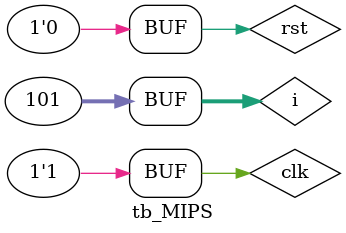
<source format=v>
`timescale 1ns / 1ps


module tb_MIPS;

	// Inputs
	reg clk;
	reg rst;
	
	// Outputs
	wire [31:0] result;

	integer i;
	// Instantiate the Unit Under Test (UUT)
	MIPS uut (
		.cclk(clk), 
		.rst(rst),
		.result(result)
	);


	initial begin
		// Initialize Inputs
		rst = 0;
		for(i=0; i<= 100; i=i+1)begin
			clk=0;
			#50; 
			clk=1;
			#50;
		end	
	end
	
endmodule


</source>
